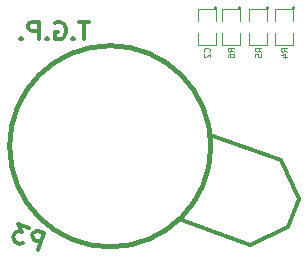
<source format=gbo>
G04 (created by PCBNEW (2013-07-07 BZR 4022)-stable) date 1/5/2014 2:00:07 AM*
%MOIN*%
G04 Gerber Fmt 3.4, Leading zero omitted, Abs format*
%FSLAX34Y34*%
G01*
G70*
G90*
G04 APERTURE LIST*
%ADD10C,0.00590551*%
%ADD11C,0.011811*%
%ADD12C,0.0039*%
%ADD13C,0.012*%
%ADD14C,0.015*%
%ADD15C,0.0043*%
G04 APERTURE END LIST*
G54D10*
G54D11*
X72281Y-41988D02*
X71943Y-41988D01*
X72112Y-42579D02*
X72112Y-41988D01*
X71746Y-42522D02*
X71718Y-42550D01*
X71746Y-42579D01*
X71774Y-42550D01*
X71746Y-42522D01*
X71746Y-42579D01*
X71156Y-42016D02*
X71212Y-41988D01*
X71296Y-41988D01*
X71381Y-42016D01*
X71437Y-42072D01*
X71465Y-42129D01*
X71493Y-42241D01*
X71493Y-42325D01*
X71465Y-42438D01*
X71437Y-42494D01*
X71381Y-42550D01*
X71296Y-42579D01*
X71240Y-42579D01*
X71156Y-42550D01*
X71128Y-42522D01*
X71128Y-42325D01*
X71240Y-42325D01*
X70875Y-42522D02*
X70846Y-42550D01*
X70875Y-42579D01*
X70903Y-42550D01*
X70875Y-42522D01*
X70875Y-42579D01*
X70593Y-42579D02*
X70593Y-41988D01*
X70368Y-41988D01*
X70312Y-42016D01*
X70284Y-42044D01*
X70256Y-42100D01*
X70256Y-42185D01*
X70284Y-42241D01*
X70312Y-42269D01*
X70368Y-42297D01*
X70593Y-42297D01*
X70003Y-42522D02*
X69975Y-42550D01*
X70003Y-42579D01*
X70031Y-42550D01*
X70003Y-42522D01*
X70003Y-42579D01*
G54D12*
X76550Y-41530D02*
G75*
G03X76550Y-41530I-50J0D01*
G74*
G01*
X76500Y-41980D02*
X76500Y-41580D01*
X76500Y-41580D02*
X75900Y-41580D01*
X75900Y-41580D02*
X75900Y-41980D01*
X75900Y-42380D02*
X75900Y-42780D01*
X75900Y-42780D02*
X76500Y-42780D01*
X76500Y-42780D02*
X76500Y-42380D01*
X79130Y-41530D02*
G75*
G03X79130Y-41530I-50J0D01*
G74*
G01*
X79080Y-41980D02*
X79080Y-41580D01*
X79080Y-41580D02*
X78480Y-41580D01*
X78480Y-41580D02*
X78480Y-41980D01*
X78480Y-42380D02*
X78480Y-42780D01*
X78480Y-42780D02*
X79080Y-42780D01*
X79080Y-42780D02*
X79080Y-42380D01*
X78270Y-41530D02*
G75*
G03X78270Y-41530I-50J0D01*
G74*
G01*
X78220Y-41980D02*
X78220Y-41580D01*
X78220Y-41580D02*
X77620Y-41580D01*
X77620Y-41580D02*
X77620Y-41980D01*
X77620Y-42380D02*
X77620Y-42780D01*
X77620Y-42780D02*
X78220Y-42780D01*
X78220Y-42780D02*
X78220Y-42380D01*
X77350Y-41530D02*
G75*
G03X77350Y-41530I-50J0D01*
G74*
G01*
X77300Y-41980D02*
X77300Y-41580D01*
X77300Y-41580D02*
X76700Y-41580D01*
X76700Y-41580D02*
X76700Y-41980D01*
X76700Y-42380D02*
X76700Y-42780D01*
X76700Y-42780D02*
X77300Y-42780D01*
X77300Y-42780D02*
X77300Y-42380D01*
G54D13*
X76312Y-45756D02*
X78661Y-46611D01*
X78661Y-46611D02*
X79259Y-47893D01*
X79259Y-47893D02*
X78916Y-48832D01*
X78916Y-48832D02*
X77635Y-49430D01*
X77635Y-49430D02*
X75286Y-48575D01*
G54D14*
X76334Y-46140D02*
G75*
G03X76334Y-46140I-3354J0D01*
G74*
G01*
G54D15*
X76280Y-42987D02*
X76290Y-42977D01*
X76299Y-42949D01*
X76299Y-42930D01*
X76290Y-42902D01*
X76271Y-42883D01*
X76252Y-42874D01*
X76215Y-42865D01*
X76187Y-42865D01*
X76149Y-42874D01*
X76130Y-42883D01*
X76112Y-42902D01*
X76102Y-42930D01*
X76102Y-42949D01*
X76112Y-42977D01*
X76121Y-42987D01*
X76121Y-43062D02*
X76112Y-43071D01*
X76102Y-43090D01*
X76102Y-43137D01*
X76112Y-43156D01*
X76121Y-43165D01*
X76140Y-43174D01*
X76159Y-43174D01*
X76187Y-43165D01*
X76299Y-43052D01*
X76299Y-43174D01*
X78879Y-42987D02*
X78785Y-42921D01*
X78879Y-42874D02*
X78682Y-42874D01*
X78682Y-42949D01*
X78692Y-42968D01*
X78701Y-42977D01*
X78720Y-42987D01*
X78748Y-42987D01*
X78767Y-42977D01*
X78776Y-42968D01*
X78785Y-42949D01*
X78785Y-42874D01*
X78748Y-43156D02*
X78879Y-43156D01*
X78673Y-43109D02*
X78814Y-43062D01*
X78814Y-43184D01*
X78019Y-42987D02*
X77925Y-42921D01*
X78019Y-42874D02*
X77822Y-42874D01*
X77822Y-42949D01*
X77832Y-42968D01*
X77841Y-42977D01*
X77860Y-42987D01*
X77888Y-42987D01*
X77907Y-42977D01*
X77916Y-42968D01*
X77925Y-42949D01*
X77925Y-42874D01*
X77822Y-43165D02*
X77822Y-43071D01*
X77916Y-43062D01*
X77907Y-43071D01*
X77897Y-43090D01*
X77897Y-43137D01*
X77907Y-43156D01*
X77916Y-43165D01*
X77935Y-43174D01*
X77982Y-43174D01*
X78000Y-43165D01*
X78010Y-43156D01*
X78019Y-43137D01*
X78019Y-43090D01*
X78010Y-43071D01*
X78000Y-43062D01*
X77099Y-42987D02*
X77005Y-42921D01*
X77099Y-42874D02*
X76902Y-42874D01*
X76902Y-42949D01*
X76912Y-42968D01*
X76921Y-42977D01*
X76940Y-42987D01*
X76968Y-42987D01*
X76987Y-42977D01*
X76996Y-42968D01*
X77005Y-42949D01*
X77005Y-42874D01*
X76902Y-43156D02*
X76902Y-43118D01*
X76912Y-43099D01*
X76921Y-43090D01*
X76949Y-43071D01*
X76987Y-43062D01*
X77062Y-43062D01*
X77080Y-43071D01*
X77090Y-43080D01*
X77099Y-43099D01*
X77099Y-43137D01*
X77090Y-43156D01*
X77080Y-43165D01*
X77062Y-43174D01*
X77015Y-43174D01*
X76996Y-43165D01*
X76987Y-43156D01*
X76977Y-43137D01*
X76977Y-43099D01*
X76987Y-43080D01*
X76996Y-43071D01*
X77015Y-43062D01*
G54D13*
X70573Y-49599D02*
X70778Y-49035D01*
X70563Y-48957D01*
X70500Y-48964D01*
X70463Y-48982D01*
X70417Y-49025D01*
X70387Y-49106D01*
X70395Y-49170D01*
X70412Y-49206D01*
X70456Y-49253D01*
X70670Y-49331D01*
X70268Y-48850D02*
X69919Y-48723D01*
X70028Y-49006D01*
X69948Y-48977D01*
X69884Y-48984D01*
X69848Y-49001D01*
X69801Y-49045D01*
X69753Y-49179D01*
X69760Y-49243D01*
X69777Y-49279D01*
X69821Y-49326D01*
X69982Y-49384D01*
X70045Y-49377D01*
X70082Y-49360D01*
M02*

</source>
